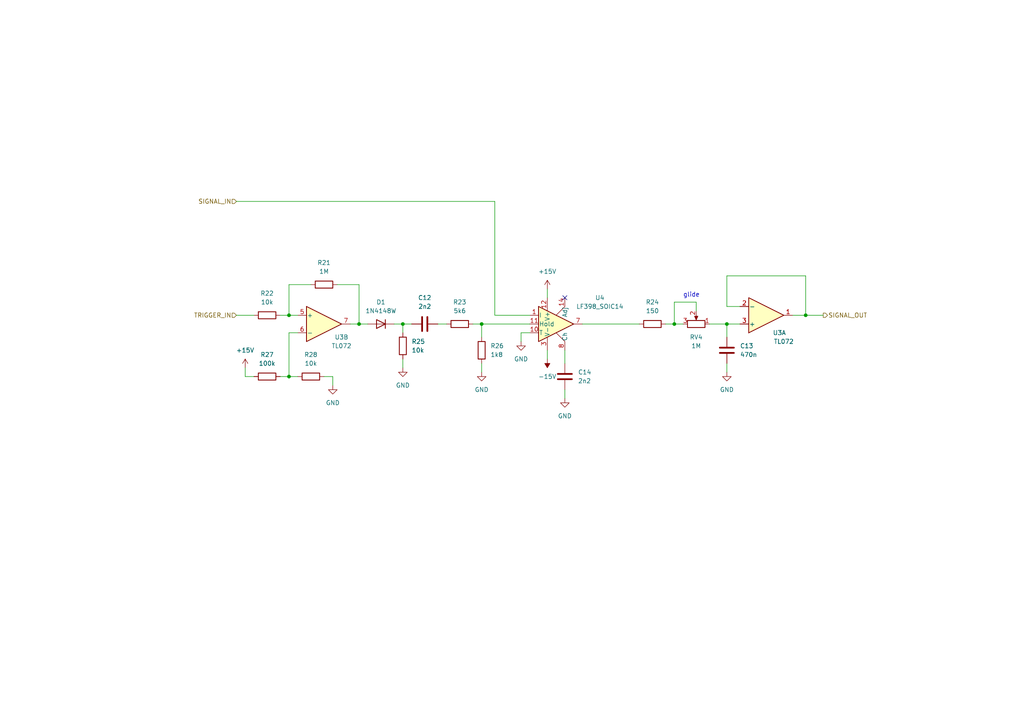
<source format=kicad_sch>
(kicad_sch (version 20211123) (generator eeschema)
  (paper "A4")
  (title_block (title "Josh Ox Ribbon Synth Sample and Hold Board") (date "2022-07-21") (rev "0") (comment 1 "creativecommons.org/licences/by/4.0") (comment 2 "License: CC by 4.0") (comment 3 "Author: Jordan Aceto"))
  (lib_symbols
    (symbol "Amplifier_Operational:TL072" (pin_names (offset 0.127))
      (property "Reference" "U" (at 0 5.08 0))
      (property "Value" "TL072" (at 0 -5.08 0))
      (symbol "TL072_1_1"
        (polyline (pts (xy -5.08 5.08) (xy 5.08 0) (xy -5.08 -5.08) (xy -5.08 5.08)) (stroke (width 0.254)) (fill (type background)))
        (pin output line (at 7.62 0 180) (length 2.54) (name "~") (number "1"))
        (pin input line (at -7.62 -2.54 0) (length 2.54) (name "-") (number "2"))
        (pin input line (at -7.62 2.54 0) (length 2.54) (name "+") (number "3"))
      )
      (symbol "TL072_2_1"
        (polyline (pts (xy -5.08 5.08) (xy 5.08 0) (xy -5.08 -5.08) (xy -5.08 5.08)) (stroke (width 0.254)) (fill (type background)))
        (pin input line (at -7.62 2.54 0) (length 2.54) (name "+") (number "5"))
        (pin input line (at -7.62 -2.54 0) (length 2.54) (name "-") (number "6"))
        (pin output line (at 7.62 0 180) (length 2.54) (name "~") (number "7"))
      )
      (symbol "TL072_3_1"
        (pin power_in line (at -2.54 -7.62 90) (length 3.81) (name "V-") (number "4"))
        (pin power_in line (at -2.54 7.62 270) (length 3.81) (name "V+") (number "8"))
      )
    )
    (symbol "Analog:LF398_SOIC14" (pin_names (offset 0.127))
      (property "Reference" "U" (at 5.08 3.81 0))
      (property "Value" "LF398_SOIC14" (at 5.08 -2.54 0))
      (symbol "LF398_SOIC14_0_1"
        (polyline (pts (xy 0 -2.54) (xy 2.54 -5.08)))
        (polyline (pts (xy 2.54 5.08) (xy 0 2.54)))
        (polyline (pts (xy -5.08 5.08) (xy 5.08 0) (xy -5.08 -5.08) (xy -5.08 5.08)) (stroke (width 0.254)) (fill (type background)))
      )
      (symbol "LF398_SOIC14_1_1"
        (pin input line (at -7.62 2.54 0) (length 2.54) (name "I") (number "1"))
        (pin passive line (at -7.62 -2.54 0) (length 2.54) (name "T") (number "10"))
        (pin input line (at -7.62 0 0) (length 2.54) (name "Hold") (number "11"))
        (pin passive line (at -2.54 7.62 270) (length 3.81) (name "V+") (number "12"))
        (pin no_connect line (at 0 -2.54 90) (length 2.54) hide (name "NC") (number "13"))
        (pin passive line (at 2.54 7.62 270) (length 2.54) (name "Adj") (number "14"))
        (pin no_connect line (at -5.08 2.54 270) (length 2.54) hide (name "NC") (number "2"))
        (pin passive line (at -2.54 -7.62 90) (length 3.81) (name "V-") (number "3"))
        (pin no_connect line (at -2.54 2.54 270) (length 2.54) hide (name "NC") (number "4"))
        (pin no_connect line (at -5.08 -2.54 90) (length 2.54) hide (name "NC") (number "5"))
        (pin no_connect line (at -2.54 -2.54 90) (length 2.54) hide (name "NC") (number "6"))
        (pin output line (at 7.62 0 180) (length 2.54) (name "~") (number "7"))
        (pin passive line (at 2.54 -7.62 90) (length 2.54) (name "Ch") (number "8"))
        (pin no_connect line (at 0 2.54 270) (length 2.54) hide (name "NC") (number "9"))
      )
    )
    (symbol "Device:C" (pin_numbers hide) (pin_names (offset 0.254))
      (property "Reference" "C" (at 0.635 2.54 0))
      (property "Value" "C" (at 0.635 -2.54 0))
      (symbol "C_0_1"
        (polyline (pts (xy -2.032 -0.762) (xy 2.032 -0.762)) (stroke (width 0.508)))
        (polyline (pts (xy -2.032 0.762) (xy 2.032 0.762)) (stroke (width 0.508)))
      )
      (symbol "C_1_1"
        (pin passive line (at 0 3.81 270) (length 2.794) (name "~") (number "1"))
        (pin passive line (at 0 -3.81 90) (length 2.794) (name "~") (number "2"))
      )
    )
    (symbol "Device:R" (pin_numbers hide) (pin_names (offset 0))
      (property "Reference" "R" (at 2.032 0 90))
      (property "Value" "R" (at 0 0 90))
      (symbol "R_0_1"
        (rectangle (start -1.016 -2.54) (end 1.016 2.54) (stroke (width 0.254)))
      )
      (symbol "R_1_1"
        (pin passive line (at 0 3.81 270) (length 1.27) (name "~") (number "1"))
        (pin passive line (at 0 -3.81 90) (length 1.27) (name "~") (number "2"))
      )
    )
    (symbol "Device:R_Potentiometer" (pin_names (offset 1.016) hide)
      (property "Reference" "RV" (at -4.445 0 90))
      (property "Value" "R_Potentiometer" (at -2.54 0 90))
      (symbol "R_Potentiometer_0_1"
        (polyline (pts (xy 2.54 0) (xy 1.524 0)))
        (polyline (pts (xy 1.143 0) (xy 2.286 0.508) (xy 2.286 -0.508) (xy 1.143 0)) (fill (type outline)))
        (rectangle (start 1.016 2.54) (end -1.016 -2.54) (stroke (width 0.254)))
      )
      (symbol "R_Potentiometer_1_1"
        (pin passive line (at 0 3.81 270) (length 1.27) (name "1") (number "1"))
        (pin passive line (at 3.81 0 180) (length 1.27) (name "2") (number "2"))
        (pin passive line (at 0 -3.81 90) (length 1.27) (name "3") (number "3"))
      )
    )
    (symbol "Diode:1N4148W" (pin_numbers hide) (pin_names (offset 1.016) hide)
      (property "Reference" "D" (at 0 2.54 0))
      (property "Value" "1N4148W" (at 0 -2.54 0))
      (symbol "1N4148W_0_1"
        (polyline (pts (xy -1.27 1.27) (xy -1.27 -1.27)) (stroke (width 0.254)))
        (polyline (pts (xy 1.27 0) (xy -1.27 0)))
        (polyline (pts (xy 1.27 1.27) (xy 1.27 -1.27) (xy -1.27 0) (xy 1.27 1.27)) (stroke (width 0.254)))
      )
      (symbol "1N4148W_1_1"
        (pin passive line (at -3.81 0 0) (length 2.54) (name "K") (number "1"))
        (pin passive line (at 3.81 0 180) (length 2.54) (name "A") (number "2"))
      )
    )
    (symbol "power:+15V" (power) (pin_names (offset 0))
      (property "Value" "+15V" (at 0 3.556 0))
      (symbol "+15V_0_1"
        (polyline (pts (xy -0.762 1.27) (xy 0 2.54)))
        (polyline (pts (xy 0 0) (xy 0 2.54)))
        (polyline (pts (xy 0 2.54) (xy 0.762 1.27)))
      )
      (symbol "+15V_1_1"
        (pin power_in line (at 0 0 90) (length 0) hide (name "+15V") (number "1"))
      )
    )
    (symbol "power:-15V" (power) (pin_names (offset 0))
      (property "Value" "-15V" (at 0 3.81 0))
      (symbol "-15V_0_0"
        (pin power_in line (at 0 0 90) (length 0) hide (name "-15V") (number "1"))
      )
      (symbol "-15V_0_1"
        (polyline (pts (xy 0 0) (xy 0 1.27) (xy 0.762 1.27) (xy 0 2.54) (xy -0.762 1.27) (xy 0 1.27)) (fill (type outline)))
      )
    )
    (symbol "power:GND" (power) (pin_names (offset 0))
      (property "Value" "GND" (at 0 -3.81 0))
      (symbol "GND_0_1"
        (polyline (pts (xy 0 0) (xy 0 -1.27) (xy 1.27 -1.27) (xy 0 -2.54) (xy -1.27 -1.27) (xy 0 -1.27)))
      )
      (symbol "GND_1_1"
        (pin power_in line (at 0 0 270) (length 0) hide (name "GND") (number "1"))
      )
    )
  )
  (junction (at 195.58 93.98))
  (junction (at 210.82 93.98))
  (junction (at 116.84 93.98))
  (junction (at 83.82 91.44))
  (junction (at 83.82 109.22))
  (junction (at 104.14 93.98))
  (junction (at 233.68 91.44))
  (junction (at 139.7 93.98))
  (no_connect (at 163.83 86.36))
  (wire (pts (xy 96.52 109.22) (xy 93.98 109.22)))
  (wire (pts (xy 90.17 82.55) (xy 83.82 82.55)))
  (wire (pts (xy 83.82 109.22) (xy 83.82 96.52)))
  (wire (pts (xy 195.58 93.98) (xy 195.58 87.63)))
  (wire (pts (xy 139.7 105.41) (xy 139.7 107.95)))
  (wire (pts (xy 205.74 93.98) (xy 210.82 93.98)))
  (wire (pts (xy 81.28 91.44) (xy 83.82 91.44)))
  (wire (pts (xy 68.58 91.44) (xy 73.66 91.44)))
  (wire (pts (xy 83.82 96.52) (xy 86.36 96.52)))
  (wire (pts (xy 104.14 93.98) (xy 106.68 93.98)))
  (wire (pts (xy 151.13 96.52) (xy 151.13 99.06)))
  (wire (pts (xy 210.82 105.41) (xy 210.82 107.95)))
  (wire (pts (xy 233.68 91.44) (xy 238.76 91.44)))
  (wire (pts (xy 233.68 80.01) (xy 233.68 91.44)))
  (wire (pts (xy 233.68 91.44) (xy 229.87 91.44)))
  (wire (pts (xy 71.12 106.68) (xy 71.12 109.22)))
  (wire (pts (xy 71.12 109.22) (xy 73.66 109.22)))
  (wire (pts (xy 210.82 88.9) (xy 210.82 80.01)))
  (wire (pts (xy 168.91 93.98) (xy 185.42 93.98)))
  (wire (pts (xy 116.84 106.68) (xy 116.84 104.14)))
  (wire (pts (xy 151.13 96.52) (xy 153.67 96.52)))
  (wire (pts (xy 163.83 105.41) (xy 163.83 101.6)))
  (wire (pts (xy 137.16 93.98) (xy 139.7 93.98)))
  (wire (pts (xy 83.82 91.44) (xy 86.36 91.44)))
  (wire (pts (xy 193.04 93.98) (xy 195.58 93.98)))
  (wire (pts (xy 139.7 93.98) (xy 153.67 93.98)))
  (wire (pts (xy 163.83 113.03) (xy 163.83 115.57)))
  (wire (pts (xy 210.82 93.98) (xy 214.63 93.98)))
  (wire (pts (xy 81.28 109.22) (xy 83.82 109.22)))
  (wire (pts (xy 143.51 58.42) (xy 68.58 58.42)))
  (wire (pts (xy 158.75 83.82) (xy 158.75 86.36)))
  (wire (pts (xy 83.82 109.22) (xy 86.36 109.22)))
  (wire (pts (xy 116.84 96.52) (xy 116.84 93.98)))
  (wire (pts (xy 201.93 87.63) (xy 201.93 90.17)))
  (wire (pts (xy 210.82 97.79) (xy 210.82 93.98)))
  (wire (pts (xy 104.14 93.98) (xy 104.14 82.55)))
  (wire (pts (xy 214.63 88.9) (xy 210.82 88.9)))
  (wire (pts (xy 116.84 93.98) (xy 119.38 93.98)))
  (wire (pts (xy 83.82 82.55) (xy 83.82 91.44)))
  (wire (pts (xy 158.75 101.6) (xy 158.75 104.14)))
  (wire (pts (xy 195.58 93.98) (xy 198.12 93.98)))
  (wire (pts (xy 101.6 93.98) (xy 104.14 93.98)))
  (wire (pts (xy 153.67 91.44) (xy 143.51 91.44)))
  (wire (pts (xy 139.7 97.79) (xy 139.7 93.98)))
  (wire (pts (xy 96.52 111.76) (xy 96.52 109.22)))
  (wire (pts (xy 104.14 82.55) (xy 97.79 82.55)))
  (wire (pts (xy 116.84 93.98) (xy 114.3 93.98)))
  (wire (pts (xy 127 93.98) (xy 129.54 93.98)))
  (wire (pts (xy 210.82 80.01) (xy 233.68 80.01)))
  (wire (pts (xy 143.51 91.44) (xy 143.51 58.42)))
  (wire (pts (xy 195.58 87.63) (xy 201.93 87.63)))
  (text "glide" (at 198.12 86.36 0) (effects (font (size 1.27 1.27)) (justify left bottom)))
  (hierarchical_label "TRIGGER_IN" (shape input) (at 68.58 91.44 180))
  (hierarchical_label "SIGNAL_IN" (shape input) (at 68.58 58.42 180))
  (hierarchical_label "SIGNAL_OUT" (shape output) (at 238.76 91.44 0))
  (symbol (lib_id "power:GND") (at 116.84 106.68 0) (unit 1)
    (property "Reference" "#PWR021" (effects hide))
    (property "Value" "GND" (at 116.84 111.76 0))
  )
  (symbol (lib_id "Device:R") (at 93.98 82.55 90) (unit 1)
    (property "Reference" "R21" (at 93.98 76.2 90))
    (property "Value" "1M" (at 93.98 78.74 90))
    (property "Footprint" "Resistor_SMD:R_0805_2012Metric" (effects hide))
  )
  (symbol (lib_id "Amplifier_Operational:TL072") (at 93.98 93.98 0) (unit 2)
    (property "Reference" "U3" (at 99.06 97.79 0))
    (property "Value" "TL072" (at 99.06 100.33 0))
    (property "Footprint" "Package_SO:SO-8_5.3x6.2mm_P1.27mm" (effects hide))
    (property "Datasheet" "http://www.ti.com/lit/ds/symlink/tl071.pdf" (effects hide))
  )
  (symbol (lib_id "power:+15V") (at 158.75 83.82 0) (unit 1)
    (property "Reference" "#PWR017" (effects hide))
    (property "Value" "+15V" (at 158.75 78.74 0))
  )
  (symbol (lib_id "Device:R") (at 189.23 93.98 90) (unit 1)
    (property "Reference" "R24" (at 189.23 87.63 90))
    (property "Value" "150" (at 189.23 90.17 90))
    (property "Footprint" "Resistor_SMD:R_0805_2012Metric" (effects hide))
  )
  (symbol (lib_id "Device:C") (at 123.19 93.98 90) (unit 1)
    (property "Reference" "C12" (at 123.19 86.36 90))
    (property "Value" "2n2" (at 123.19 88.9 90))
    (property "Footprint" "Capacitor_SMD:C_0805_2012Metric" (effects hide))
  )
  (symbol (lib_id "Analog:LF398_SOIC14") (at 161.29 93.98 0) (unit 1)
    (property "Reference" "U4" (at 173.99 86.36 0))
    (property "Value" "LF398_SOIC14" (at 173.99 88.9 0))
    (property "Footprint" "Package_SO:SOIC-14_3.9x8.7mm_P1.27mm" (effects hide))
    (property "Datasheet" "http://www.ti.com/lit/ds/symlink/lf398-n.pdf" (effects hide))
  )
  (symbol (lib_id "Device:R") (at 77.47 109.22 90) (unit 1)
    (property "Reference" "R27" (at 77.47 102.87 90))
    (property "Value" "100k" (at 77.47 105.41 90))
    (property "Footprint" "Resistor_SMD:R_0805_2012Metric" (effects hide))
  )
  (symbol (lib_id "power:GND") (at 210.82 107.95 0) (unit 1)
    (property "Reference" "#PWR023" (effects hide))
    (property "Value" "GND" (at 210.82 113.03 0))
  )
  (symbol (lib_id "power:GND") (at 163.83 115.57 0) (unit 1)
    (property "Reference" "#PWR025" (effects hide))
    (property "Value" "GND" (at 163.83 120.65 0))
  )
  (symbol (lib_id "power:+15V") (at 71.12 106.68 0) (unit 1)
    (property "Reference" "#PWR020" (effects hide))
    (property "Value" "+15V" (at 71.12 101.6 0))
  )
  (symbol (lib_id "Device:R") (at 90.17 109.22 90) (unit 1)
    (property "Reference" "R28" (at 90.17 102.87 90))
    (property "Value" "10k" (at 90.17 105.41 90))
    (property "Footprint" "Resistor_SMD:R_0805_2012Metric" (effects hide))
  )
  (symbol (lib_id "Device:R") (at 77.47 91.44 90) (unit 1)
    (property "Reference" "R22" (at 77.47 85.09 90))
    (property "Value" "10k" (at 77.47 87.63 90))
    (property "Footprint" "Resistor_SMD:R_0805_2012Metric" (effects hide))
  )
  (symbol (lib_id "power:GND") (at 96.52 111.76 0) (unit 1)
    (property "Reference" "#PWR024" (effects hide))
    (property "Value" "GND" (at 96.52 116.84 0))
  )
  (symbol (lib_id "Amplifier_Operational:TL072") (at 222.25 91.44 0) (mirror x) (unit 1)
    (property "Reference" "U3" (at 226.06 96.52 0))
    (property "Value" "TL072" (at 227.33 99.06 0))
    (property "Footprint" "Package_SO:SO-8_5.3x6.2mm_P1.27mm" (effects hide))
    (property "Datasheet" "http://www.ti.com/lit/ds/symlink/tl071.pdf" (effects hide))
  )
  (symbol (lib_id "power:GND") (at 139.7 107.95 0) (unit 1)
    (property "Reference" "#PWR022" (effects hide))
    (property "Value" "GND" (at 139.7 113.03 0))
  )
  (symbol (lib_id "Diode:1N4148W") (at 110.49 93.98 180) (unit 1)
    (property "Reference" "D1" (at 110.49 87.63 0))
    (property "Value" "1N4148W" (at 110.49 90.17 0))
    (property "Footprint" "Diode_SMD:D_SOD-123" (effects hide))
    (property "Datasheet" "https://www.vishay.com/docs/85748/1n4148w.pdf" (effects hide))
  )
  (symbol (lib_id "Device:R") (at 116.84 100.33 0) (unit 1)
    (property "Reference" "R25" (at 119.38 99.0599 0) (effects (justify left)))
    (property "Value" "10k" (at 119.38 101.5999 0) (effects (justify left)))
    (property "Footprint" "Resistor_SMD:R_0805_2012Metric" (effects hide))
  )
  (symbol (lib_id "Device:R") (at 133.35 93.98 90) (unit 1)
    (property "Reference" "R23" (at 133.35 87.63 90))
    (property "Value" "5k6" (at 133.35 90.17 90))
    (property "Footprint" "Resistor_SMD:R_0805_2012Metric" (effects hide))
  )
  (symbol (lib_id "Device:R_Potentiometer") (at 201.93 93.98 270) (mirror x) (unit 1)
    (property "Reference" "RV4" (at 201.93 97.79 90))
    (property "Value" "1M" (at 201.93 100.33 90))
    (property "Footprint" "Potentiometer_THT:Potentiometer_Alpha_RD901F-40-00D_Single_Vertical" (effects hide))
  )
  (symbol (lib_id "Device:C") (at 163.83 109.22 0) (unit 1)
    (property "Reference" "C14" (at 167.64 107.9499 0) (effects (justify left)))
    (property "Value" "2n2" (at 167.64 110.4899 0) (effects (justify left)))
    (property "Footprint" "Capacitor_THT:C_Rect_L7.2mm_W2.5mm_P5.00mm_FKS2_FKP2_MKS2_MKP2" (effects hide))
  )
  (symbol (lib_id "power:GND") (at 151.13 99.06 0) (unit 1)
    (property "Reference" "#PWR018" (effects hide))
    (property "Value" "GND" (at 151.13 104.14 0))
  )
  (symbol (lib_id "power:-15V") (at 158.75 104.14 180) (unit 1)
    (property "Reference" "#PWR019" (effects hide))
    (property "Value" "-15V" (at 158.75 109.22 0))
  )
  (symbol (lib_id "Device:R") (at 139.7 101.6 0) (unit 1)
    (property "Reference" "R26" (at 142.24 100.3299 0) (effects (justify left)))
    (property "Value" "1k8" (at 142.24 102.8699 0) (effects (justify left)))
    (property "Footprint" "Resistor_SMD:R_0805_2012Metric" (effects hide))
  )
  (symbol (lib_id "Device:C") (at 210.82 101.6 0) (unit 1)
    (property "Reference" "C13" (at 214.63 100.3299 0) (effects (justify left)))
    (property "Value" "470n" (at 214.63 102.8699 0) (effects (justify left)))
    (property "Footprint" "Capacitor_THT:C_Rect_L7.2mm_W5.5mm_P5.00mm_FKS2_FKP2_MKS2_MKP2" (effects hide))
  )
)
</source>
